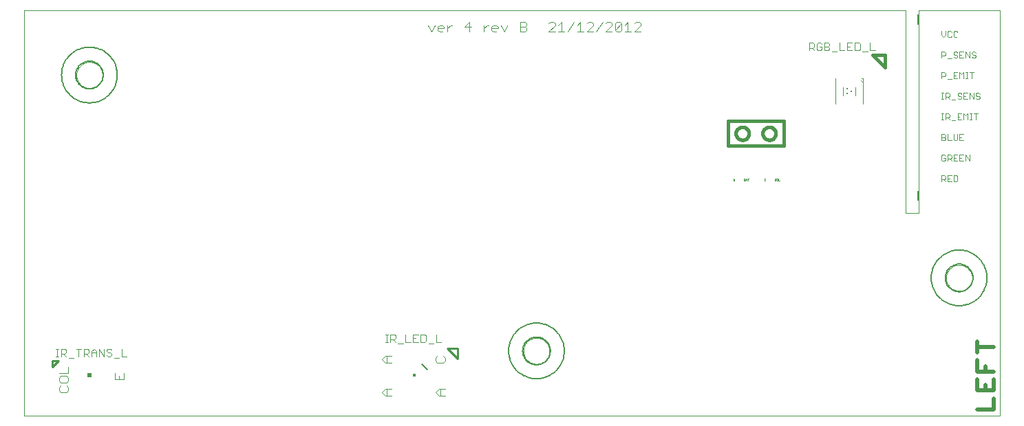
<source format=gto>
G75*
G70*
%OFA0B0*%
%FSLAX24Y24*%
%IPPOS*%
%LPD*%
%AMOC8*
5,1,8,0,0,1.08239X$1,22.5*
%
%ADD10C,0.0000*%
%ADD11C,0.0040*%
%ADD12C,0.0160*%
%ADD13C,0.0080*%
%ADD14C,0.0030*%
%ADD15C,0.0200*%
%ADD16R,0.0157X0.0157*%
%ADD17C,0.0100*%
%ADD18C,0.0079*%
%ADD19R,0.0098X0.0098*%
%ADD20C,0.0010*%
%ADD21C,0.0060*%
%ADD22R,0.0197X0.0197*%
D10*
X000260Y000260D02*
X000260Y019945D01*
X042937Y019945D01*
X042937Y010103D01*
X043567Y010103D01*
X043567Y019945D01*
X047504Y019945D01*
X047504Y000260D01*
X000260Y000260D01*
X024433Y003410D02*
X024435Y003460D01*
X024441Y003510D01*
X024451Y003559D01*
X024465Y003607D01*
X024482Y003654D01*
X024503Y003699D01*
X024528Y003743D01*
X024556Y003784D01*
X024588Y003823D01*
X024622Y003860D01*
X024659Y003894D01*
X024699Y003924D01*
X024741Y003951D01*
X024785Y003975D01*
X024831Y003996D01*
X024878Y004012D01*
X024926Y004025D01*
X024976Y004034D01*
X025025Y004039D01*
X025076Y004040D01*
X025126Y004037D01*
X025175Y004030D01*
X025224Y004019D01*
X025272Y004004D01*
X025318Y003986D01*
X025363Y003964D01*
X025406Y003938D01*
X025447Y003909D01*
X025486Y003877D01*
X025522Y003842D01*
X025554Y003804D01*
X025584Y003764D01*
X025611Y003721D01*
X025634Y003677D01*
X025653Y003631D01*
X025669Y003583D01*
X025681Y003534D01*
X025689Y003485D01*
X025693Y003435D01*
X025693Y003385D01*
X025689Y003335D01*
X025681Y003286D01*
X025669Y003237D01*
X025653Y003189D01*
X025634Y003143D01*
X025611Y003099D01*
X025584Y003056D01*
X025554Y003016D01*
X025522Y002978D01*
X025486Y002943D01*
X025447Y002911D01*
X025406Y002882D01*
X025363Y002856D01*
X025318Y002834D01*
X025272Y002816D01*
X025224Y002801D01*
X025175Y002790D01*
X025126Y002783D01*
X025076Y002780D01*
X025025Y002781D01*
X024976Y002786D01*
X024926Y002795D01*
X024878Y002808D01*
X024831Y002824D01*
X024785Y002845D01*
X024741Y002869D01*
X024699Y002896D01*
X024659Y002926D01*
X024622Y002960D01*
X024588Y002997D01*
X024556Y003036D01*
X024528Y003077D01*
X024503Y003121D01*
X024482Y003166D01*
X024465Y003213D01*
X024451Y003261D01*
X024441Y003310D01*
X024435Y003360D01*
X024433Y003410D01*
X044906Y006953D02*
X044908Y007003D01*
X044914Y007053D01*
X044924Y007102D01*
X044938Y007150D01*
X044955Y007197D01*
X044976Y007242D01*
X045001Y007286D01*
X045029Y007327D01*
X045061Y007366D01*
X045095Y007403D01*
X045132Y007437D01*
X045172Y007467D01*
X045214Y007494D01*
X045258Y007518D01*
X045304Y007539D01*
X045351Y007555D01*
X045399Y007568D01*
X045449Y007577D01*
X045498Y007582D01*
X045549Y007583D01*
X045599Y007580D01*
X045648Y007573D01*
X045697Y007562D01*
X045745Y007547D01*
X045791Y007529D01*
X045836Y007507D01*
X045879Y007481D01*
X045920Y007452D01*
X045959Y007420D01*
X045995Y007385D01*
X046027Y007347D01*
X046057Y007307D01*
X046084Y007264D01*
X046107Y007220D01*
X046126Y007174D01*
X046142Y007126D01*
X046154Y007077D01*
X046162Y007028D01*
X046166Y006978D01*
X046166Y006928D01*
X046162Y006878D01*
X046154Y006829D01*
X046142Y006780D01*
X046126Y006732D01*
X046107Y006686D01*
X046084Y006642D01*
X046057Y006599D01*
X046027Y006559D01*
X045995Y006521D01*
X045959Y006486D01*
X045920Y006454D01*
X045879Y006425D01*
X045836Y006399D01*
X045791Y006377D01*
X045745Y006359D01*
X045697Y006344D01*
X045648Y006333D01*
X045599Y006326D01*
X045549Y006323D01*
X045498Y006324D01*
X045449Y006329D01*
X045399Y006338D01*
X045351Y006351D01*
X045304Y006367D01*
X045258Y006388D01*
X045214Y006412D01*
X045172Y006439D01*
X045132Y006469D01*
X045095Y006503D01*
X045061Y006540D01*
X045029Y006579D01*
X045001Y006620D01*
X044976Y006664D01*
X044955Y006709D01*
X044938Y006756D01*
X044924Y006804D01*
X044914Y006853D01*
X044908Y006903D01*
X044906Y006953D01*
X002780Y016795D02*
X002782Y016845D01*
X002788Y016895D01*
X002798Y016944D01*
X002812Y016992D01*
X002829Y017039D01*
X002850Y017084D01*
X002875Y017128D01*
X002903Y017169D01*
X002935Y017208D01*
X002969Y017245D01*
X003006Y017279D01*
X003046Y017309D01*
X003088Y017336D01*
X003132Y017360D01*
X003178Y017381D01*
X003225Y017397D01*
X003273Y017410D01*
X003323Y017419D01*
X003372Y017424D01*
X003423Y017425D01*
X003473Y017422D01*
X003522Y017415D01*
X003571Y017404D01*
X003619Y017389D01*
X003665Y017371D01*
X003710Y017349D01*
X003753Y017323D01*
X003794Y017294D01*
X003833Y017262D01*
X003869Y017227D01*
X003901Y017189D01*
X003931Y017149D01*
X003958Y017106D01*
X003981Y017062D01*
X004000Y017016D01*
X004016Y016968D01*
X004028Y016919D01*
X004036Y016870D01*
X004040Y016820D01*
X004040Y016770D01*
X004036Y016720D01*
X004028Y016671D01*
X004016Y016622D01*
X004000Y016574D01*
X003981Y016528D01*
X003958Y016484D01*
X003931Y016441D01*
X003901Y016401D01*
X003869Y016363D01*
X003833Y016328D01*
X003794Y016296D01*
X003753Y016267D01*
X003710Y016241D01*
X003665Y016219D01*
X003619Y016201D01*
X003571Y016186D01*
X003522Y016175D01*
X003473Y016168D01*
X003423Y016165D01*
X003372Y016166D01*
X003323Y016171D01*
X003273Y016180D01*
X003225Y016193D01*
X003178Y016209D01*
X003132Y016230D01*
X003088Y016254D01*
X003046Y016281D01*
X003006Y016311D01*
X002969Y016345D01*
X002935Y016382D01*
X002903Y016421D01*
X002875Y016462D01*
X002850Y016506D01*
X002829Y016551D01*
X002812Y016598D01*
X002798Y016646D01*
X002788Y016695D01*
X002782Y016745D01*
X002780Y016795D01*
D11*
X019825Y019208D02*
X019978Y018901D01*
X020131Y019208D01*
X020285Y019132D02*
X020362Y019208D01*
X020515Y019208D01*
X020592Y019132D01*
X020592Y019055D01*
X020285Y019055D01*
X020285Y018978D02*
X020285Y019132D01*
X020285Y018978D02*
X020362Y018901D01*
X020515Y018901D01*
X020745Y018901D02*
X020745Y019208D01*
X020745Y019055D02*
X020899Y019208D01*
X020976Y019208D01*
X021589Y019132D02*
X021896Y019132D01*
X021820Y019362D02*
X021589Y019132D01*
X021820Y019362D02*
X021820Y018901D01*
X022510Y018901D02*
X022510Y019208D01*
X022510Y019055D02*
X022664Y019208D01*
X022740Y019208D01*
X022894Y019132D02*
X022971Y019208D01*
X023124Y019208D01*
X023201Y019132D01*
X023201Y019055D01*
X022894Y019055D01*
X022894Y018978D02*
X022894Y019132D01*
X022894Y018978D02*
X022971Y018901D01*
X023124Y018901D01*
X023508Y018901D02*
X023661Y019208D01*
X023354Y019208D02*
X023508Y018901D01*
X024275Y018901D02*
X024505Y018901D01*
X024582Y018978D01*
X024582Y019055D01*
X024505Y019132D01*
X024275Y019132D01*
X024275Y019362D02*
X024275Y018901D01*
X024505Y019132D02*
X024582Y019208D01*
X024582Y019285D01*
X024505Y019362D01*
X024275Y019362D01*
X025656Y019285D02*
X025733Y019362D01*
X025886Y019362D01*
X025963Y019285D01*
X025963Y019208D01*
X025656Y018901D01*
X025963Y018901D01*
X026117Y018901D02*
X026424Y018901D01*
X026577Y018901D02*
X026884Y019362D01*
X027037Y019208D02*
X027191Y019362D01*
X027191Y018901D01*
X027344Y018901D02*
X027037Y018901D01*
X027498Y018901D02*
X027805Y019208D01*
X027805Y019285D01*
X027728Y019362D01*
X027575Y019362D01*
X027498Y019285D01*
X027498Y018901D02*
X027805Y018901D01*
X027958Y018901D02*
X028265Y019362D01*
X028419Y019285D02*
X028495Y019362D01*
X028649Y019362D01*
X028725Y019285D01*
X028725Y019208D01*
X028419Y018901D01*
X028725Y018901D01*
X028879Y018978D02*
X029186Y019285D01*
X029186Y018978D01*
X029109Y018901D01*
X028956Y018901D01*
X028879Y018978D01*
X028879Y019285D01*
X028956Y019362D01*
X029109Y019362D01*
X029186Y019285D01*
X029339Y019208D02*
X029493Y019362D01*
X029493Y018901D01*
X029646Y018901D02*
X029339Y018901D01*
X029800Y018901D02*
X030107Y019208D01*
X030107Y019285D01*
X030030Y019362D01*
X029876Y019362D01*
X029800Y019285D01*
X029800Y018901D02*
X030107Y018901D01*
X026270Y018901D02*
X026270Y019362D01*
X026117Y019208D01*
X039551Y016618D02*
X039551Y015398D01*
X039916Y015801D02*
X039916Y016215D01*
X040526Y016215D02*
X040526Y015801D01*
X040890Y015398D02*
X040890Y016441D01*
X040791Y016540D01*
X040801Y016618D02*
X040890Y016618D01*
X040890Y016441D01*
X020638Y003079D02*
X020561Y003155D01*
X020638Y003079D02*
X020638Y002925D01*
X020561Y002849D01*
X020254Y002849D01*
X020177Y002925D01*
X020177Y003079D01*
X020254Y003155D01*
X018038Y003155D02*
X017731Y003155D01*
X017577Y003002D01*
X017731Y002849D01*
X018038Y002849D01*
X017807Y002849D02*
X017807Y003155D01*
X017807Y001555D02*
X017807Y001249D01*
X017731Y001249D02*
X017577Y001402D01*
X017731Y001555D01*
X018038Y001555D01*
X018038Y001249D02*
X017731Y001249D01*
X020177Y001402D02*
X020331Y001555D01*
X020638Y001555D01*
X020407Y001555D02*
X020407Y001249D01*
X020331Y001249D02*
X020177Y001402D01*
X020331Y001249D02*
X020638Y001249D01*
X005090Y002038D02*
X005090Y002345D01*
X004859Y002192D02*
X004859Y002038D01*
X004629Y002038D02*
X005090Y002038D01*
X004629Y002038D02*
X004629Y002345D01*
X002390Y002338D02*
X002390Y002645D01*
X002390Y002338D02*
X001929Y002338D01*
X002006Y002185D02*
X001929Y002108D01*
X001929Y001954D01*
X002006Y001878D01*
X002313Y001878D01*
X002390Y001954D01*
X002390Y002108D01*
X002313Y002185D01*
X002006Y002185D01*
X002006Y001724D02*
X001929Y001648D01*
X001929Y001494D01*
X002006Y001417D01*
X002313Y001417D01*
X002390Y001494D01*
X002390Y001648D01*
X002313Y001724D01*
D12*
X034334Y013360D02*
X037034Y013360D01*
X037034Y014560D01*
X034334Y014560D01*
X034334Y013360D01*
X034718Y013960D02*
X034720Y013995D01*
X034726Y014030D01*
X034736Y014064D01*
X034749Y014097D01*
X034766Y014128D01*
X034787Y014157D01*
X034811Y014183D01*
X034837Y014207D01*
X034866Y014228D01*
X034897Y014245D01*
X034930Y014258D01*
X034964Y014268D01*
X034999Y014274D01*
X035034Y014276D01*
X035069Y014274D01*
X035104Y014268D01*
X035138Y014258D01*
X035171Y014245D01*
X035202Y014228D01*
X035231Y014207D01*
X035257Y014183D01*
X035281Y014157D01*
X035302Y014128D01*
X035319Y014097D01*
X035332Y014064D01*
X035342Y014030D01*
X035348Y013995D01*
X035350Y013960D01*
X035348Y013925D01*
X035342Y013890D01*
X035332Y013856D01*
X035319Y013823D01*
X035302Y013792D01*
X035281Y013763D01*
X035257Y013737D01*
X035231Y013713D01*
X035202Y013692D01*
X035171Y013675D01*
X035138Y013662D01*
X035104Y013652D01*
X035069Y013646D01*
X035034Y013644D01*
X034999Y013646D01*
X034964Y013652D01*
X034930Y013662D01*
X034897Y013675D01*
X034866Y013692D01*
X034837Y013713D01*
X034811Y013737D01*
X034787Y013763D01*
X034766Y013792D01*
X034749Y013823D01*
X034736Y013856D01*
X034726Y013890D01*
X034720Y013925D01*
X034718Y013960D01*
X036018Y013960D02*
X036020Y013995D01*
X036026Y014030D01*
X036036Y014064D01*
X036049Y014097D01*
X036066Y014128D01*
X036087Y014157D01*
X036111Y014183D01*
X036137Y014207D01*
X036166Y014228D01*
X036197Y014245D01*
X036230Y014258D01*
X036264Y014268D01*
X036299Y014274D01*
X036334Y014276D01*
X036369Y014274D01*
X036404Y014268D01*
X036438Y014258D01*
X036471Y014245D01*
X036502Y014228D01*
X036531Y014207D01*
X036557Y014183D01*
X036581Y014157D01*
X036602Y014128D01*
X036619Y014097D01*
X036632Y014064D01*
X036642Y014030D01*
X036648Y013995D01*
X036650Y013960D01*
X036648Y013925D01*
X036642Y013890D01*
X036632Y013856D01*
X036619Y013823D01*
X036602Y013792D01*
X036581Y013763D01*
X036557Y013737D01*
X036531Y013713D01*
X036502Y013692D01*
X036471Y013675D01*
X036438Y013662D01*
X036404Y013652D01*
X036369Y013646D01*
X036334Y013644D01*
X036299Y013646D01*
X036264Y013652D01*
X036230Y013662D01*
X036197Y013675D01*
X036166Y013692D01*
X036137Y013713D01*
X036111Y013737D01*
X036087Y013763D01*
X036066Y013792D01*
X036049Y013823D01*
X036036Y013856D01*
X036026Y013890D01*
X036020Y013925D01*
X036018Y013960D01*
X041334Y017760D02*
X041934Y017160D01*
X041934Y017760D01*
X041334Y017760D01*
D13*
X043561Y019261D02*
X043561Y019721D01*
X043561Y011181D02*
X043561Y010721D01*
X044867Y006953D02*
X044869Y007004D01*
X044875Y007055D01*
X044885Y007105D01*
X044898Y007155D01*
X044916Y007203D01*
X044936Y007250D01*
X044961Y007295D01*
X044989Y007338D01*
X045020Y007379D01*
X045054Y007417D01*
X045091Y007452D01*
X045130Y007485D01*
X045172Y007515D01*
X045216Y007541D01*
X045262Y007563D01*
X045310Y007583D01*
X045359Y007598D01*
X045409Y007610D01*
X045459Y007618D01*
X045510Y007622D01*
X045562Y007622D01*
X045613Y007618D01*
X045663Y007610D01*
X045713Y007598D01*
X045762Y007583D01*
X045810Y007563D01*
X045856Y007541D01*
X045900Y007515D01*
X045942Y007485D01*
X045981Y007452D01*
X046018Y007417D01*
X046052Y007379D01*
X046083Y007338D01*
X046111Y007295D01*
X046136Y007250D01*
X046156Y007203D01*
X046174Y007155D01*
X046187Y007105D01*
X046197Y007055D01*
X046203Y007004D01*
X046205Y006953D01*
X046203Y006902D01*
X046197Y006851D01*
X046187Y006801D01*
X046174Y006751D01*
X046156Y006703D01*
X046136Y006656D01*
X046111Y006611D01*
X046083Y006568D01*
X046052Y006527D01*
X046018Y006489D01*
X045981Y006454D01*
X045942Y006421D01*
X045900Y006391D01*
X045856Y006365D01*
X045810Y006343D01*
X045762Y006323D01*
X045713Y006308D01*
X045663Y006296D01*
X045613Y006288D01*
X045562Y006284D01*
X045510Y006284D01*
X045459Y006288D01*
X045409Y006296D01*
X045359Y006308D01*
X045310Y006323D01*
X045262Y006343D01*
X045216Y006365D01*
X045172Y006391D01*
X045130Y006421D01*
X045091Y006454D01*
X045054Y006489D01*
X045020Y006527D01*
X044989Y006568D01*
X044961Y006611D01*
X044936Y006656D01*
X044916Y006703D01*
X044898Y006751D01*
X044885Y006801D01*
X044875Y006851D01*
X044869Y006902D01*
X044867Y006953D01*
X024394Y003410D02*
X024396Y003461D01*
X024402Y003512D01*
X024412Y003562D01*
X024425Y003612D01*
X024443Y003660D01*
X024463Y003707D01*
X024488Y003752D01*
X024516Y003795D01*
X024547Y003836D01*
X024581Y003874D01*
X024618Y003909D01*
X024657Y003942D01*
X024699Y003972D01*
X024743Y003998D01*
X024789Y004020D01*
X024837Y004040D01*
X024886Y004055D01*
X024936Y004067D01*
X024986Y004075D01*
X025037Y004079D01*
X025089Y004079D01*
X025140Y004075D01*
X025190Y004067D01*
X025240Y004055D01*
X025289Y004040D01*
X025337Y004020D01*
X025383Y003998D01*
X025427Y003972D01*
X025469Y003942D01*
X025508Y003909D01*
X025545Y003874D01*
X025579Y003836D01*
X025610Y003795D01*
X025638Y003752D01*
X025663Y003707D01*
X025683Y003660D01*
X025701Y003612D01*
X025714Y003562D01*
X025724Y003512D01*
X025730Y003461D01*
X025732Y003410D01*
X025730Y003359D01*
X025724Y003308D01*
X025714Y003258D01*
X025701Y003208D01*
X025683Y003160D01*
X025663Y003113D01*
X025638Y003068D01*
X025610Y003025D01*
X025579Y002984D01*
X025545Y002946D01*
X025508Y002911D01*
X025469Y002878D01*
X025427Y002848D01*
X025383Y002822D01*
X025337Y002800D01*
X025289Y002780D01*
X025240Y002765D01*
X025190Y002753D01*
X025140Y002745D01*
X025089Y002741D01*
X025037Y002741D01*
X024986Y002745D01*
X024936Y002753D01*
X024886Y002765D01*
X024837Y002780D01*
X024789Y002800D01*
X024743Y002822D01*
X024699Y002848D01*
X024657Y002878D01*
X024618Y002911D01*
X024581Y002946D01*
X024547Y002984D01*
X024516Y003025D01*
X024488Y003068D01*
X024463Y003113D01*
X024443Y003160D01*
X024425Y003208D01*
X024412Y003258D01*
X024402Y003308D01*
X024396Y003359D01*
X024394Y003410D01*
X002741Y016795D02*
X002743Y016846D01*
X002749Y016897D01*
X002759Y016947D01*
X002772Y016997D01*
X002790Y017045D01*
X002810Y017092D01*
X002835Y017137D01*
X002863Y017180D01*
X002894Y017221D01*
X002928Y017259D01*
X002965Y017294D01*
X003004Y017327D01*
X003046Y017357D01*
X003090Y017383D01*
X003136Y017405D01*
X003184Y017425D01*
X003233Y017440D01*
X003283Y017452D01*
X003333Y017460D01*
X003384Y017464D01*
X003436Y017464D01*
X003487Y017460D01*
X003537Y017452D01*
X003587Y017440D01*
X003636Y017425D01*
X003684Y017405D01*
X003730Y017383D01*
X003774Y017357D01*
X003816Y017327D01*
X003855Y017294D01*
X003892Y017259D01*
X003926Y017221D01*
X003957Y017180D01*
X003985Y017137D01*
X004010Y017092D01*
X004030Y017045D01*
X004048Y016997D01*
X004061Y016947D01*
X004071Y016897D01*
X004077Y016846D01*
X004079Y016795D01*
X004077Y016744D01*
X004071Y016693D01*
X004061Y016643D01*
X004048Y016593D01*
X004030Y016545D01*
X004010Y016498D01*
X003985Y016453D01*
X003957Y016410D01*
X003926Y016369D01*
X003892Y016331D01*
X003855Y016296D01*
X003816Y016263D01*
X003774Y016233D01*
X003730Y016207D01*
X003684Y016185D01*
X003636Y016165D01*
X003587Y016150D01*
X003537Y016138D01*
X003487Y016130D01*
X003436Y016126D01*
X003384Y016126D01*
X003333Y016130D01*
X003283Y016138D01*
X003233Y016150D01*
X003184Y016165D01*
X003136Y016185D01*
X003090Y016207D01*
X003046Y016233D01*
X003004Y016263D01*
X002965Y016296D01*
X002928Y016331D01*
X002894Y016369D01*
X002863Y016410D01*
X002835Y016453D01*
X002810Y016498D01*
X002790Y016545D01*
X002772Y016593D01*
X002759Y016643D01*
X002749Y016693D01*
X002743Y016744D01*
X002741Y016795D01*
D14*
X017743Y004214D02*
X017866Y004214D01*
X017804Y004214D02*
X017804Y003844D01*
X017743Y003844D02*
X017866Y003844D01*
X017988Y003844D02*
X017988Y004214D01*
X018173Y004214D01*
X018235Y004152D01*
X018235Y004029D01*
X018173Y003967D01*
X017988Y003967D01*
X018112Y003967D02*
X018235Y003844D01*
X018356Y003782D02*
X018603Y003782D01*
X018725Y003844D02*
X018972Y003844D01*
X019093Y003844D02*
X019340Y003844D01*
X019461Y003844D02*
X019647Y003844D01*
X019708Y003905D01*
X019708Y004152D01*
X019647Y004214D01*
X019461Y004214D01*
X019461Y003844D01*
X019217Y004029D02*
X019093Y004029D01*
X019093Y004214D02*
X019093Y003844D01*
X018725Y003844D02*
X018725Y004214D01*
X019093Y004214D02*
X019340Y004214D01*
X019830Y003782D02*
X020077Y003782D01*
X020198Y003844D02*
X020445Y003844D01*
X020198Y003844D02*
X020198Y004214D01*
X005226Y003144D02*
X004979Y003144D01*
X004979Y003514D01*
X004490Y003452D02*
X004428Y003514D01*
X004304Y003514D01*
X004243Y003452D01*
X004243Y003390D01*
X004304Y003329D01*
X004428Y003329D01*
X004490Y003267D01*
X004490Y003205D01*
X004428Y003144D01*
X004304Y003144D01*
X004243Y003205D01*
X004121Y003144D02*
X004121Y003514D01*
X003874Y003514D02*
X004121Y003144D01*
X003874Y003144D02*
X003874Y003514D01*
X003753Y003390D02*
X003753Y003144D01*
X003753Y003329D02*
X003506Y003329D01*
X003506Y003390D02*
X003629Y003514D01*
X003753Y003390D01*
X003506Y003390D02*
X003506Y003144D01*
X003385Y003144D02*
X003261Y003267D01*
X003323Y003267D02*
X003138Y003267D01*
X003138Y003144D02*
X003138Y003514D01*
X003323Y003514D01*
X003385Y003452D01*
X003385Y003329D01*
X003323Y003267D01*
X003016Y003514D02*
X002769Y003514D01*
X002893Y003514D02*
X002893Y003144D01*
X002648Y003082D02*
X002401Y003082D01*
X002280Y003144D02*
X002156Y003267D01*
X002218Y003267D02*
X002033Y003267D01*
X002033Y003144D02*
X002033Y003514D01*
X002218Y003514D01*
X002280Y003452D01*
X002280Y003329D01*
X002218Y003267D01*
X001911Y003144D02*
X001787Y003144D01*
X001849Y003144D02*
X001849Y003514D01*
X001787Y003514D02*
X001911Y003514D01*
X004611Y003082D02*
X004858Y003082D01*
X039377Y017925D02*
X039624Y017925D01*
X039746Y017987D02*
X039993Y017987D01*
X040114Y017987D02*
X040361Y017987D01*
X040482Y017987D02*
X040668Y017987D01*
X040729Y018049D01*
X040729Y018296D01*
X040668Y018357D01*
X040482Y018357D01*
X040482Y017987D01*
X040238Y018172D02*
X040114Y018172D01*
X040114Y018357D02*
X040114Y017987D01*
X039746Y017987D02*
X039746Y018357D01*
X040114Y018357D02*
X040361Y018357D01*
X040851Y017925D02*
X041098Y017925D01*
X041219Y017987D02*
X041466Y017987D01*
X041219Y017987D02*
X041219Y018357D01*
X039256Y018296D02*
X039256Y018234D01*
X039194Y018172D01*
X039009Y018172D01*
X038888Y018172D02*
X038764Y018172D01*
X038888Y018172D02*
X038888Y018049D01*
X038826Y017987D01*
X038703Y017987D01*
X038641Y018049D01*
X038641Y018296D01*
X038703Y018357D01*
X038826Y018357D01*
X038888Y018296D01*
X039009Y018357D02*
X039194Y018357D01*
X039256Y018296D01*
X039194Y018172D02*
X039256Y018110D01*
X039256Y018049D01*
X039194Y017987D01*
X039009Y017987D01*
X039009Y018357D01*
X038519Y018296D02*
X038519Y018172D01*
X038458Y018110D01*
X038273Y018110D01*
X038396Y018110D02*
X038519Y017987D01*
X038273Y017987D02*
X038273Y018357D01*
X038458Y018357D01*
X038519Y018296D01*
X044676Y017926D02*
X044676Y017636D01*
X044676Y017732D02*
X044821Y017732D01*
X044869Y017781D01*
X044869Y017878D01*
X044821Y017926D01*
X044676Y017926D01*
X044970Y017587D02*
X045164Y017587D01*
X045265Y017684D02*
X045313Y017636D01*
X045410Y017636D01*
X045459Y017684D01*
X045459Y017732D01*
X045410Y017781D01*
X045313Y017781D01*
X045265Y017829D01*
X045265Y017878D01*
X045313Y017926D01*
X045410Y017926D01*
X045459Y017878D01*
X045560Y017926D02*
X045560Y017636D01*
X045753Y017636D01*
X045854Y017636D02*
X045854Y017926D01*
X046048Y017636D01*
X046048Y017926D01*
X046149Y017878D02*
X046149Y017829D01*
X046197Y017781D01*
X046294Y017781D01*
X046343Y017732D01*
X046343Y017684D01*
X046294Y017636D01*
X046197Y017636D01*
X046149Y017684D01*
X046149Y017878D02*
X046197Y017926D01*
X046294Y017926D01*
X046343Y017878D01*
X045753Y017926D02*
X045560Y017926D01*
X045560Y017781D02*
X045656Y017781D01*
X045410Y018636D02*
X045313Y018636D01*
X045265Y018684D01*
X045265Y018878D01*
X045313Y018926D01*
X045410Y018926D01*
X045459Y018878D01*
X045459Y018684D02*
X045410Y018636D01*
X045164Y018684D02*
X045116Y018636D01*
X045019Y018636D01*
X044970Y018684D01*
X044970Y018878D01*
X045019Y018926D01*
X045116Y018926D01*
X045164Y018878D01*
X044869Y018926D02*
X044869Y018732D01*
X044773Y018636D01*
X044676Y018732D01*
X044676Y018926D01*
X044676Y016926D02*
X044821Y016926D01*
X044869Y016878D01*
X044869Y016781D01*
X044821Y016732D01*
X044676Y016732D01*
X044676Y016636D02*
X044676Y016926D01*
X044970Y016587D02*
X045164Y016587D01*
X045265Y016636D02*
X045459Y016636D01*
X045560Y016636D02*
X045560Y016926D01*
X045656Y016829D01*
X045753Y016926D01*
X045753Y016636D01*
X045854Y016636D02*
X045951Y016636D01*
X045903Y016636D02*
X045903Y016926D01*
X045951Y016926D02*
X045854Y016926D01*
X046051Y016926D02*
X046244Y016926D01*
X046148Y016926D02*
X046148Y016636D01*
X045459Y016926D02*
X045265Y016926D01*
X045265Y016636D01*
X045265Y016781D02*
X045362Y016781D01*
X045510Y015926D02*
X045462Y015878D01*
X045462Y015829D01*
X045510Y015781D01*
X045607Y015781D01*
X045655Y015732D01*
X045655Y015684D01*
X045607Y015636D01*
X045510Y015636D01*
X045462Y015684D01*
X045360Y015587D02*
X045167Y015587D01*
X045066Y015636D02*
X044969Y015732D01*
X045017Y015732D02*
X044872Y015732D01*
X044872Y015636D02*
X044872Y015926D01*
X045017Y015926D01*
X045066Y015878D01*
X045066Y015781D01*
X045017Y015732D01*
X044773Y015636D02*
X044676Y015636D01*
X044724Y015636D02*
X044724Y015926D01*
X044676Y015926D02*
X044773Y015926D01*
X045510Y015926D02*
X045607Y015926D01*
X045655Y015878D01*
X045756Y015926D02*
X045756Y015636D01*
X045950Y015636D01*
X046051Y015636D02*
X046051Y015926D01*
X046244Y015636D01*
X046244Y015926D01*
X046345Y015878D02*
X046345Y015829D01*
X046394Y015781D01*
X046491Y015781D01*
X046539Y015732D01*
X046539Y015684D01*
X046491Y015636D01*
X046394Y015636D01*
X046345Y015684D01*
X046345Y015878D02*
X046394Y015926D01*
X046491Y015926D01*
X046539Y015878D01*
X045950Y015926D02*
X045756Y015926D01*
X045756Y015781D02*
X045853Y015781D01*
X045950Y014926D02*
X045853Y014829D01*
X045756Y014926D01*
X045756Y014636D01*
X045655Y014636D02*
X045462Y014636D01*
X045462Y014926D01*
X045655Y014926D01*
X045558Y014781D02*
X045462Y014781D01*
X045360Y014587D02*
X045167Y014587D01*
X045066Y014636D02*
X044969Y014732D01*
X045017Y014732D02*
X044872Y014732D01*
X044872Y014636D02*
X044872Y014926D01*
X045017Y014926D01*
X045066Y014878D01*
X045066Y014781D01*
X045017Y014732D01*
X044773Y014636D02*
X044676Y014636D01*
X044724Y014636D02*
X044724Y014926D01*
X044676Y014926D02*
X044773Y014926D01*
X045950Y014926D02*
X045950Y014636D01*
X046051Y014636D02*
X046148Y014636D01*
X046099Y014636D02*
X046099Y014926D01*
X046051Y014926D02*
X046148Y014926D01*
X046247Y014926D02*
X046441Y014926D01*
X046344Y014926D02*
X046344Y014636D01*
X045753Y013926D02*
X045560Y013926D01*
X045560Y013636D01*
X045753Y013636D01*
X045656Y013781D02*
X045560Y013781D01*
X045459Y013684D02*
X045459Y013926D01*
X045265Y013926D02*
X045265Y013684D01*
X045313Y013636D01*
X045410Y013636D01*
X045459Y013684D01*
X045164Y013636D02*
X044970Y013636D01*
X044970Y013926D01*
X044869Y013878D02*
X044869Y013829D01*
X044821Y013781D01*
X044676Y013781D01*
X044676Y013926D02*
X044821Y013926D01*
X044869Y013878D01*
X044821Y013781D02*
X044869Y013732D01*
X044869Y013684D01*
X044821Y013636D01*
X044676Y013636D01*
X044676Y013926D01*
X044724Y012926D02*
X044676Y012878D01*
X044676Y012684D01*
X044724Y012636D01*
X044821Y012636D01*
X044869Y012684D01*
X044869Y012781D01*
X044773Y012781D01*
X044869Y012878D02*
X044821Y012926D01*
X044724Y012926D01*
X044970Y012926D02*
X044970Y012636D01*
X044970Y012732D02*
X045116Y012732D01*
X045164Y012781D01*
X045164Y012878D01*
X045116Y012926D01*
X044970Y012926D01*
X045067Y012732D02*
X045164Y012636D01*
X045265Y012636D02*
X045459Y012636D01*
X045560Y012636D02*
X045753Y012636D01*
X045854Y012636D02*
X045854Y012926D01*
X046048Y012636D01*
X046048Y012926D01*
X045753Y012926D02*
X045560Y012926D01*
X045560Y012636D01*
X045560Y012781D02*
X045656Y012781D01*
X045459Y012926D02*
X045265Y012926D01*
X045265Y012636D01*
X045265Y012781D02*
X045362Y012781D01*
X045410Y011926D02*
X045265Y011926D01*
X045265Y011636D01*
X045410Y011636D01*
X045459Y011684D01*
X045459Y011878D01*
X045410Y011926D01*
X045164Y011926D02*
X044970Y011926D01*
X044970Y011636D01*
X045164Y011636D01*
X045067Y011781D02*
X044970Y011781D01*
X044869Y011781D02*
X044821Y011732D01*
X044676Y011732D01*
X044676Y011636D02*
X044676Y011926D01*
X044821Y011926D01*
X044869Y011878D01*
X044869Y011781D01*
X044773Y011732D02*
X044869Y011636D01*
D15*
X046398Y003872D02*
X046398Y003338D01*
X046398Y003605D02*
X047198Y003605D01*
X046398Y002951D02*
X046398Y002417D01*
X047198Y002417D01*
X047198Y002030D02*
X047198Y001497D01*
X046398Y001497D01*
X046398Y002030D01*
X046798Y002417D02*
X046798Y002684D01*
X046798Y001763D02*
X046798Y001497D01*
X047198Y001110D02*
X047198Y000576D01*
X046398Y000576D01*
D16*
X019158Y002229D03*
D17*
X020758Y003529D02*
X021258Y003029D01*
X021258Y003529D01*
X020758Y003529D01*
X001910Y002929D02*
X001610Y002629D01*
X001610Y002929D01*
X001910Y002929D01*
D18*
X019512Y002780D02*
X019788Y002504D01*
D19*
X040122Y015890D03*
X040319Y016008D03*
X040122Y016126D03*
D20*
X036782Y011766D02*
X036782Y011676D01*
X036842Y011676D01*
X036750Y011691D02*
X036750Y011751D01*
X036735Y011766D01*
X036705Y011766D01*
X036690Y011751D01*
X036690Y011691D01*
X036705Y011676D01*
X036735Y011676D01*
X036750Y011691D01*
X036658Y011691D02*
X036643Y011676D01*
X036613Y011676D01*
X036598Y011691D01*
X036598Y011751D01*
X036613Y011766D01*
X036643Y011766D01*
X036658Y011751D01*
X036158Y011766D02*
X036098Y011766D01*
X036098Y011676D01*
X036158Y011676D01*
X036128Y011721D02*
X036098Y011721D01*
X035342Y011766D02*
X035282Y011766D01*
X035312Y011766D02*
X035312Y011676D01*
X035250Y011676D02*
X035250Y011736D01*
X035220Y011766D01*
X035190Y011736D01*
X035190Y011676D01*
X035158Y011691D02*
X035143Y011676D01*
X035113Y011676D01*
X035098Y011691D01*
X035098Y011751D01*
X035113Y011766D01*
X035143Y011766D01*
X035158Y011751D01*
X035190Y011721D02*
X035250Y011721D01*
X034658Y011721D02*
X034598Y011721D01*
X034598Y011736D02*
X034628Y011766D01*
X034658Y011736D01*
X034658Y011676D01*
X034598Y011676D02*
X034598Y011736D01*
D21*
X044186Y006953D02*
X044188Y007026D01*
X044194Y007099D01*
X044204Y007171D01*
X044218Y007243D01*
X044235Y007314D01*
X044257Y007384D01*
X044282Y007453D01*
X044311Y007520D01*
X044343Y007585D01*
X044379Y007649D01*
X044419Y007711D01*
X044461Y007770D01*
X044507Y007827D01*
X044556Y007881D01*
X044608Y007933D01*
X044662Y007982D01*
X044719Y008028D01*
X044778Y008070D01*
X044840Y008110D01*
X044904Y008146D01*
X044969Y008178D01*
X045036Y008207D01*
X045105Y008232D01*
X045175Y008254D01*
X045246Y008271D01*
X045318Y008285D01*
X045390Y008295D01*
X045463Y008301D01*
X045536Y008303D01*
X045609Y008301D01*
X045682Y008295D01*
X045754Y008285D01*
X045826Y008271D01*
X045897Y008254D01*
X045967Y008232D01*
X046036Y008207D01*
X046103Y008178D01*
X046168Y008146D01*
X046232Y008110D01*
X046294Y008070D01*
X046353Y008028D01*
X046410Y007982D01*
X046464Y007933D01*
X046516Y007881D01*
X046565Y007827D01*
X046611Y007770D01*
X046653Y007711D01*
X046693Y007649D01*
X046729Y007585D01*
X046761Y007520D01*
X046790Y007453D01*
X046815Y007384D01*
X046837Y007314D01*
X046854Y007243D01*
X046868Y007171D01*
X046878Y007099D01*
X046884Y007026D01*
X046886Y006953D01*
X046884Y006880D01*
X046878Y006807D01*
X046868Y006735D01*
X046854Y006663D01*
X046837Y006592D01*
X046815Y006522D01*
X046790Y006453D01*
X046761Y006386D01*
X046729Y006321D01*
X046693Y006257D01*
X046653Y006195D01*
X046611Y006136D01*
X046565Y006079D01*
X046516Y006025D01*
X046464Y005973D01*
X046410Y005924D01*
X046353Y005878D01*
X046294Y005836D01*
X046232Y005796D01*
X046168Y005760D01*
X046103Y005728D01*
X046036Y005699D01*
X045967Y005674D01*
X045897Y005652D01*
X045826Y005635D01*
X045754Y005621D01*
X045682Y005611D01*
X045609Y005605D01*
X045536Y005603D01*
X045463Y005605D01*
X045390Y005611D01*
X045318Y005621D01*
X045246Y005635D01*
X045175Y005652D01*
X045105Y005674D01*
X045036Y005699D01*
X044969Y005728D01*
X044904Y005760D01*
X044840Y005796D01*
X044778Y005836D01*
X044719Y005878D01*
X044662Y005924D01*
X044608Y005973D01*
X044556Y006025D01*
X044507Y006079D01*
X044461Y006136D01*
X044419Y006195D01*
X044379Y006257D01*
X044343Y006321D01*
X044311Y006386D01*
X044282Y006453D01*
X044257Y006522D01*
X044235Y006592D01*
X044218Y006663D01*
X044204Y006735D01*
X044194Y006807D01*
X044188Y006880D01*
X044186Y006953D01*
X023713Y003410D02*
X023715Y003483D01*
X023721Y003556D01*
X023731Y003628D01*
X023745Y003700D01*
X023762Y003771D01*
X023784Y003841D01*
X023809Y003910D01*
X023838Y003977D01*
X023870Y004042D01*
X023906Y004106D01*
X023946Y004168D01*
X023988Y004227D01*
X024034Y004284D01*
X024083Y004338D01*
X024135Y004390D01*
X024189Y004439D01*
X024246Y004485D01*
X024305Y004527D01*
X024367Y004567D01*
X024431Y004603D01*
X024496Y004635D01*
X024563Y004664D01*
X024632Y004689D01*
X024702Y004711D01*
X024773Y004728D01*
X024845Y004742D01*
X024917Y004752D01*
X024990Y004758D01*
X025063Y004760D01*
X025136Y004758D01*
X025209Y004752D01*
X025281Y004742D01*
X025353Y004728D01*
X025424Y004711D01*
X025494Y004689D01*
X025563Y004664D01*
X025630Y004635D01*
X025695Y004603D01*
X025759Y004567D01*
X025821Y004527D01*
X025880Y004485D01*
X025937Y004439D01*
X025991Y004390D01*
X026043Y004338D01*
X026092Y004284D01*
X026138Y004227D01*
X026180Y004168D01*
X026220Y004106D01*
X026256Y004042D01*
X026288Y003977D01*
X026317Y003910D01*
X026342Y003841D01*
X026364Y003771D01*
X026381Y003700D01*
X026395Y003628D01*
X026405Y003556D01*
X026411Y003483D01*
X026413Y003410D01*
X026411Y003337D01*
X026405Y003264D01*
X026395Y003192D01*
X026381Y003120D01*
X026364Y003049D01*
X026342Y002979D01*
X026317Y002910D01*
X026288Y002843D01*
X026256Y002778D01*
X026220Y002714D01*
X026180Y002652D01*
X026138Y002593D01*
X026092Y002536D01*
X026043Y002482D01*
X025991Y002430D01*
X025937Y002381D01*
X025880Y002335D01*
X025821Y002293D01*
X025759Y002253D01*
X025695Y002217D01*
X025630Y002185D01*
X025563Y002156D01*
X025494Y002131D01*
X025424Y002109D01*
X025353Y002092D01*
X025281Y002078D01*
X025209Y002068D01*
X025136Y002062D01*
X025063Y002060D01*
X024990Y002062D01*
X024917Y002068D01*
X024845Y002078D01*
X024773Y002092D01*
X024702Y002109D01*
X024632Y002131D01*
X024563Y002156D01*
X024496Y002185D01*
X024431Y002217D01*
X024367Y002253D01*
X024305Y002293D01*
X024246Y002335D01*
X024189Y002381D01*
X024135Y002430D01*
X024083Y002482D01*
X024034Y002536D01*
X023988Y002593D01*
X023946Y002652D01*
X023906Y002714D01*
X023870Y002778D01*
X023838Y002843D01*
X023809Y002910D01*
X023784Y002979D01*
X023762Y003049D01*
X023745Y003120D01*
X023731Y003192D01*
X023721Y003264D01*
X023715Y003337D01*
X023713Y003410D01*
X002060Y016795D02*
X002062Y016868D01*
X002068Y016941D01*
X002078Y017013D01*
X002092Y017085D01*
X002109Y017156D01*
X002131Y017226D01*
X002156Y017295D01*
X002185Y017362D01*
X002217Y017427D01*
X002253Y017491D01*
X002293Y017553D01*
X002335Y017612D01*
X002381Y017669D01*
X002430Y017723D01*
X002482Y017775D01*
X002536Y017824D01*
X002593Y017870D01*
X002652Y017912D01*
X002714Y017952D01*
X002778Y017988D01*
X002843Y018020D01*
X002910Y018049D01*
X002979Y018074D01*
X003049Y018096D01*
X003120Y018113D01*
X003192Y018127D01*
X003264Y018137D01*
X003337Y018143D01*
X003410Y018145D01*
X003483Y018143D01*
X003556Y018137D01*
X003628Y018127D01*
X003700Y018113D01*
X003771Y018096D01*
X003841Y018074D01*
X003910Y018049D01*
X003977Y018020D01*
X004042Y017988D01*
X004106Y017952D01*
X004168Y017912D01*
X004227Y017870D01*
X004284Y017824D01*
X004338Y017775D01*
X004390Y017723D01*
X004439Y017669D01*
X004485Y017612D01*
X004527Y017553D01*
X004567Y017491D01*
X004603Y017427D01*
X004635Y017362D01*
X004664Y017295D01*
X004689Y017226D01*
X004711Y017156D01*
X004728Y017085D01*
X004742Y017013D01*
X004752Y016941D01*
X004758Y016868D01*
X004760Y016795D01*
X004758Y016722D01*
X004752Y016649D01*
X004742Y016577D01*
X004728Y016505D01*
X004711Y016434D01*
X004689Y016364D01*
X004664Y016295D01*
X004635Y016228D01*
X004603Y016163D01*
X004567Y016099D01*
X004527Y016037D01*
X004485Y015978D01*
X004439Y015921D01*
X004390Y015867D01*
X004338Y015815D01*
X004284Y015766D01*
X004227Y015720D01*
X004168Y015678D01*
X004106Y015638D01*
X004042Y015602D01*
X003977Y015570D01*
X003910Y015541D01*
X003841Y015516D01*
X003771Y015494D01*
X003700Y015477D01*
X003628Y015463D01*
X003556Y015453D01*
X003483Y015447D01*
X003410Y015445D01*
X003337Y015447D01*
X003264Y015453D01*
X003192Y015463D01*
X003120Y015477D01*
X003049Y015494D01*
X002979Y015516D01*
X002910Y015541D01*
X002843Y015570D01*
X002778Y015602D01*
X002714Y015638D01*
X002652Y015678D01*
X002593Y015720D01*
X002536Y015766D01*
X002482Y015815D01*
X002430Y015867D01*
X002381Y015921D01*
X002335Y015978D01*
X002293Y016037D01*
X002253Y016099D01*
X002217Y016163D01*
X002185Y016228D01*
X002156Y016295D01*
X002131Y016364D01*
X002109Y016434D01*
X002092Y016505D01*
X002078Y016577D01*
X002068Y016649D01*
X002062Y016722D01*
X002060Y016795D01*
D22*
X003410Y002229D03*
M02*

</source>
